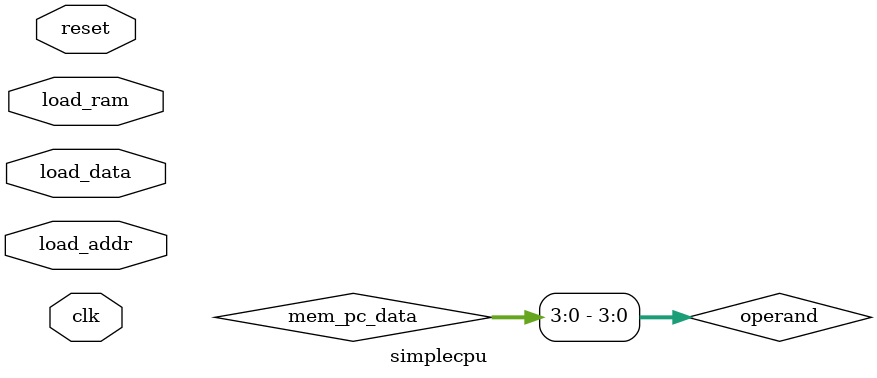
<source format=v>
`default_nettype none

module simplecpu (
	input       clk,
	input       reset,
	
	input       load_ram,
	input [3:0] load_addr,
	input [7:0] load_data
);

reg [7:0] ram [0:15];

always @(posedge clk) begin
    if (~reset & load_ram) begin
		$display("ram[%b] = %b", load_addr, load_data);
		ram[load_addr] <= load_data;
    end
end

// CPU registers and flags
reg [3:0] pc_reg;
reg [7:0] a_reg;
reg [7:0] b_reg;
reg [7:0] out_reg;

wire flag_carry;
wire flag_zero;
reg  sub_op;
wire [7:0] alu_out;

alu ALU (
    .a          (a_reg     ),
    .b          (b_reg     ),
    .sub        (sub_op    ),
    .out        (alu_out   ),
    .flag_zero  (flag_zero ),
    .flag_carry (flag_carry)
);

// helper logic to extract instruction and operand
reg [7:0] mem_pc_data;
wire [3:0] instruction;
wire [3:0] operand;
assign instruction = mem_pc_data[7:4];
assign operand     = mem_pc_data[3:0];

// control flow
localparam CYCLE_FETCH   = 4'b0000;
localparam CYCLE_DECODE  = 4'b0001;
localparam CYCLE_EXECUTE = 4'b0010;

localparam CYCLE_1 = 1'b0;
localparam CYCLE_2 = 1'b1;
reg [3:0] cycle;
reg [3:0] prev_op;

reg cpu_halt;

always @(posedge clk) begin
	if (~reset) begin
	    cpu_halt <= 0;

	    a_reg <= 0;
	    b_reg <= 0;
	    pc_reg <= 0;

	    sub_op <= 0;

	    cycle <= CYCLE_FETCH;
	    prev_op <= 0;
	end

	else if (cpu_halt) begin
	    /* trap state */
	end

	else if ( cycle == CYCLE_FETCH ) begin
	    mem_pc_data <= ram[pc_reg];
	    cycle <= CYCLE_DECODE;
	end

	else if ( cycle == CYCLE_DECODE ) begin
		case (instruction)
			4'b0000: begin
			    $display("NOP");
				pc_reg <= pc_reg + 1;
			end

			4'b0001: begin
			    $display("LDA");
			    a_reg <= ram[operand];
			    pc_reg <= pc_reg + 1;
			end

			4'b0010: begin // { a_reg <= alu_out } handled in 2nd cycle
			    $display("ADD");
			    b_reg <= ram[operand];
			end

			4'b0011: begin
			    $display("SUB"); // { a_reg <= alu_out } handled in 2nd cycle
			    b_reg <= ram[operand];
			    sub_op <= 1;
			end

			4'b0100: begin
			    $display("STA");
			    ram[operand] <= a_reg;
			    pc_reg <= pc_reg + 1;
			end

			4'b0101: begin
			    $display("LDI");
			    a_reg <= 8'h0 ^ operand;
			    pc_reg <= pc_reg + 1;
			end

			4'b0110: begin
			    $display("JMP");
			    pc_reg <= operand;
			end

			4'b0111: begin
			    $display("JZ");
			    pc_reg <= (flag_zero) ? operand : pc_reg;
			end

			4'b1000: begin
			    $display("OUT");
			    out_reg <= a_reg;
			    pc_reg <= pc_reg + 1;
			end

			4'b1001: begin
			    $display("HLT");
			    cpu_halt <= 1;
			end

			default: pc_reg <= pc_reg + 1;
		endcase

		prev_op <= instruction;
		cycle <= CYCLE_EXECUTE;
	end

	else if (cycle == CYCLE_EXECUTE) begin

	    if (prev_op == 4'b0010) begin
	    	a_reg <= alu_out;
	    	pc_reg <= pc_reg + 1;
	    end
	    else if (prev_op == 4'b0011) begin
	    	a_reg <= alu_out;
	    	sub_op <= 0;
	    	pc_reg <= pc_reg + 1;
	    end

	    cycle <= CYCLE_FETCH;

	    // print CPU state at end of cycle
	    $display("PC: %x | A: %x | B: %x | O: %x | z: %b | c: %b", pc_reg, a_reg, b_reg, out_reg, flag_zero, flag_carry);
	end
end

endmodule
`default_nettype wire

</source>
